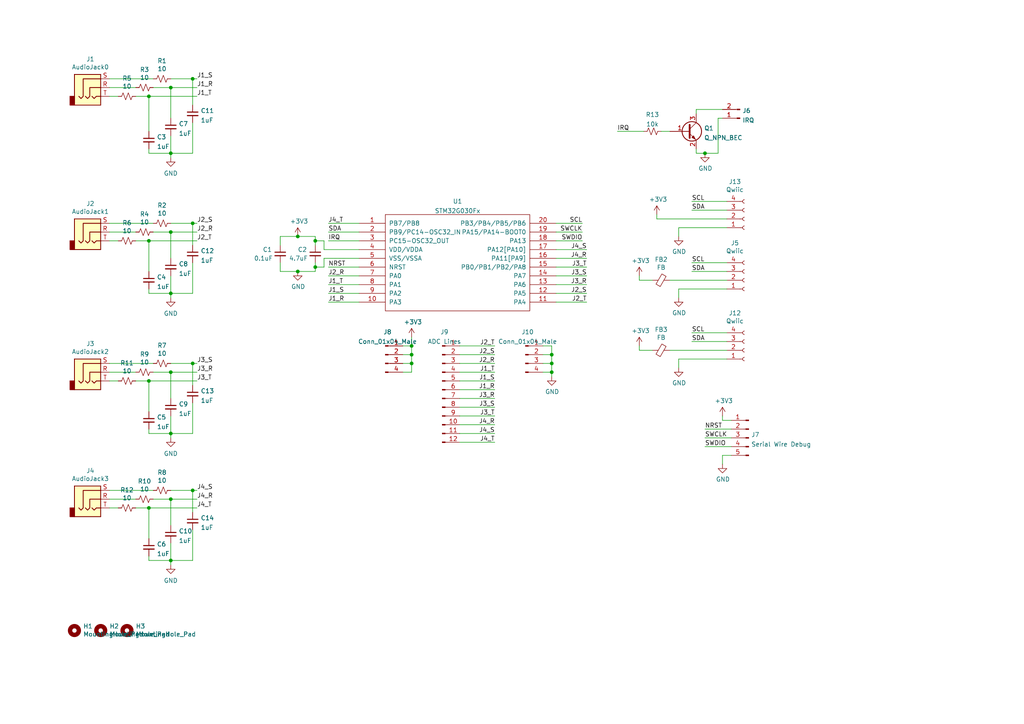
<source format=kicad_sch>
(kicad_sch (version 20211123) (generator eeschema)
  (paper "A4")
  (lib_symbols
    (symbol "Connector:AudioJack3"
      (property "Reference" "J" (at 0 8.89 0))
      (property "Value" "AudioJack3" (at 0 6.35 0))
      (symbol "AudioJack3_0_1"
        (rectangle (start -5.08 -5.08) (end -6.35 -2.54) (stroke (width 0.254)) (fill (type outline)))
        (polyline (pts (xy 0 -2.54) (xy 0.635 -3.175) (xy 1.27 -2.54) (xy 2.54 -2.54)) (stroke (width 0.254)))
        (polyline (pts (xy -1.905 -2.54) (xy -1.27 -3.175) (xy -0.635 -2.54) (xy -0.635 0) (xy 2.54 0)) (stroke (width 0.254)))
        (polyline (pts (xy 2.54 2.54) (xy -2.54 2.54) (xy -2.54 -2.54) (xy -3.175 -3.175) (xy -3.81 -2.54)) (stroke (width 0.254)))
        (rectangle (start 2.54 3.81) (end -5.08 -5.08) (stroke (width 0.254)) (fill (type background)))
      )
      (symbol "AudioJack3_1_1"
        (pin passive line (at 5.08 0 180) (length 2.54) (name "~") (number "R"))
        (pin passive line (at 5.08 2.54 180) (length 2.54) (name "~") (number "S"))
        (pin passive line (at 5.08 -2.54 180) (length 2.54) (name "~") (number "T"))
      )
    )
    (symbol "Connector:Conn_01x02_Male" (pin_names (offset 1.016) hide)
      (property "Reference" "J" (at 0 2.54 0))
      (property "Value" "Conn_01x02_Male" (at 0 -5.08 0))
      (symbol "Conn_01x02_Male_1_1"
        (polyline (pts (xy 1.27 -2.54) (xy 0.8636 -2.54)) (stroke (width 0.1524)))
        (polyline (pts (xy 1.27 0) (xy 0.8636 0)) (stroke (width 0.1524)))
        (rectangle (start 0.8636 -2.413) (end 0 -2.667) (stroke (width 0.1524)) (fill (type outline)))
        (rectangle (start 0.8636 0.127) (end 0 -0.127) (stroke (width 0.1524)) (fill (type outline)))
        (pin passive line (at 5.08 0 180) (length 3.81) (name "Pin_1") (number "1"))
        (pin passive line (at 5.08 -2.54 180) (length 3.81) (name "Pin_2") (number "2"))
      )
    )
    (symbol "Connector:Conn_01x04_Female" (pin_names (offset 1.016) hide)
      (property "Reference" "J" (at 0 5.08 0))
      (property "Value" "Conn_01x04_Female" (at 0 -7.62 0))
      (symbol "Conn_01x04_Female_1_1"
        (arc (start 0 -4.572) (mid -0.508 -5.08) (end 0 -5.588) (stroke (width 0.1524)))
        (arc (start 0 -2.032) (mid -0.508 -2.54) (end 0 -3.048) (stroke (width 0.1524)))
        (polyline (pts (xy -1.27 -5.08) (xy -0.508 -5.08)) (stroke (width 0.1524)))
        (polyline (pts (xy -1.27 -2.54) (xy -0.508 -2.54)) (stroke (width 0.1524)))
        (polyline (pts (xy -1.27 0) (xy -0.508 0)) (stroke (width 0.1524)))
        (polyline (pts (xy -1.27 2.54) (xy -0.508 2.54)) (stroke (width 0.1524)))
        (arc (start 0 0.508) (mid -0.508 0) (end 0 -0.508) (stroke (width 0.1524)))
        (arc (start 0 3.048) (mid -0.508 2.54) (end 0 2.032) (stroke (width 0.1524)))
        (pin passive line (at -5.08 2.54 0) (length 3.81) (name "Pin_1") (number "1"))
        (pin passive line (at -5.08 0 0) (length 3.81) (name "Pin_2") (number "2"))
        (pin passive line (at -5.08 -2.54 0) (length 3.81) (name "Pin_3") (number "3"))
        (pin passive line (at -5.08 -5.08 0) (length 3.81) (name "Pin_4") (number "4"))
      )
    )
    (symbol "Connector:Conn_01x04_Male" (pin_names (offset 1.016) hide)
      (property "Reference" "J" (at 0 5.08 0))
      (property "Value" "Conn_01x04_Male" (at 0 -7.62 0))
      (symbol "Conn_01x04_Male_1_1"
        (polyline (pts (xy 1.27 -5.08) (xy 0.8636 -5.08)) (stroke (width 0.1524)))
        (polyline (pts (xy 1.27 -2.54) (xy 0.8636 -2.54)) (stroke (width 0.1524)))
        (polyline (pts (xy 1.27 0) (xy 0.8636 0)) (stroke (width 0.1524)))
        (polyline (pts (xy 1.27 2.54) (xy 0.8636 2.54)) (stroke (width 0.1524)))
        (rectangle (start 0.8636 -4.953) (end 0 -5.207) (stroke (width 0.1524)) (fill (type outline)))
        (rectangle (start 0.8636 -2.413) (end 0 -2.667) (stroke (width 0.1524)) (fill (type outline)))
        (rectangle (start 0.8636 0.127) (end 0 -0.127) (stroke (width 0.1524)) (fill (type outline)))
        (rectangle (start 0.8636 2.667) (end 0 2.413) (stroke (width 0.1524)) (fill (type outline)))
        (pin passive line (at 5.08 2.54 180) (length 3.81) (name "Pin_1") (number "1"))
        (pin passive line (at 5.08 0 180) (length 3.81) (name "Pin_2") (number "2"))
        (pin passive line (at 5.08 -2.54 180) (length 3.81) (name "Pin_3") (number "3"))
        (pin passive line (at 5.08 -5.08 180) (length 3.81) (name "Pin_4") (number "4"))
      )
    )
    (symbol "Connector:Conn_01x05_Male" (pin_names (offset 1.016) hide)
      (property "Reference" "J" (at 0 7.62 0))
      (property "Value" "Conn_01x05_Male" (at 0 -7.62 0))
      (symbol "Conn_01x05_Male_1_1"
        (polyline (pts (xy 1.27 -5.08) (xy 0.8636 -5.08)) (stroke (width 0.1524)))
        (polyline (pts (xy 1.27 -2.54) (xy 0.8636 -2.54)) (stroke (width 0.1524)))
        (polyline (pts (xy 1.27 0) (xy 0.8636 0)) (stroke (width 0.1524)))
        (polyline (pts (xy 1.27 2.54) (xy 0.8636 2.54)) (stroke (width 0.1524)))
        (polyline (pts (xy 1.27 5.08) (xy 0.8636 5.08)) (stroke (width 0.1524)))
        (rectangle (start 0.8636 -4.953) (end 0 -5.207) (stroke (width 0.1524)) (fill (type outline)))
        (rectangle (start 0.8636 -2.413) (end 0 -2.667) (stroke (width 0.1524)) (fill (type outline)))
        (rectangle (start 0.8636 0.127) (end 0 -0.127) (stroke (width 0.1524)) (fill (type outline)))
        (rectangle (start 0.8636 2.667) (end 0 2.413) (stroke (width 0.1524)) (fill (type outline)))
        (rectangle (start 0.8636 5.207) (end 0 4.953) (stroke (width 0.1524)) (fill (type outline)))
        (pin passive line (at 5.08 5.08 180) (length 3.81) (name "Pin_1") (number "1"))
        (pin passive line (at 5.08 2.54 180) (length 3.81) (name "Pin_2") (number "2"))
        (pin passive line (at 5.08 0 180) (length 3.81) (name "Pin_3") (number "3"))
        (pin passive line (at 5.08 -2.54 180) (length 3.81) (name "Pin_4") (number "4"))
        (pin passive line (at 5.08 -5.08 180) (length 3.81) (name "Pin_5") (number "5"))
      )
    )
    (symbol "Connector:Conn_01x12_Male" (pin_names (offset 1.016) hide)
      (property "Reference" "J" (at 0 15.24 0))
      (property "Value" "Conn_01x12_Male" (at 0 -17.78 0))
      (symbol "Conn_01x12_Male_1_1"
        (polyline (pts (xy 1.27 -15.24) (xy 0.8636 -15.24)) (stroke (width 0.1524)))
        (polyline (pts (xy 1.27 -12.7) (xy 0.8636 -12.7)) (stroke (width 0.1524)))
        (polyline (pts (xy 1.27 -10.16) (xy 0.8636 -10.16)) (stroke (width 0.1524)))
        (polyline (pts (xy 1.27 -7.62) (xy 0.8636 -7.62)) (stroke (width 0.1524)))
        (polyline (pts (xy 1.27 -5.08) (xy 0.8636 -5.08)) (stroke (width 0.1524)))
        (polyline (pts (xy 1.27 -2.54) (xy 0.8636 -2.54)) (stroke (width 0.1524)))
        (polyline (pts (xy 1.27 0) (xy 0.8636 0)) (stroke (width 0.1524)))
        (polyline (pts (xy 1.27 2.54) (xy 0.8636 2.54)) (stroke (width 0.1524)))
        (polyline (pts (xy 1.27 5.08) (xy 0.8636 5.08)) (stroke (width 0.1524)))
        (polyline (pts (xy 1.27 7.62) (xy 0.8636 7.62)) (stroke (width 0.1524)))
        (polyline (pts (xy 1.27 10.16) (xy 0.8636 10.16)) (stroke (width 0.1524)))
        (polyline (pts (xy 1.27 12.7) (xy 0.8636 12.7)) (stroke (width 0.1524)))
        (rectangle (start 0.8636 -15.113) (end 0 -15.367) (stroke (width 0.1524)) (fill (type outline)))
        (rectangle (start 0.8636 -12.573) (end 0 -12.827) (stroke (width 0.1524)) (fill (type outline)))
        (rectangle (start 0.8636 -10.033) (end 0 -10.287) (stroke (width 0.1524)) (fill (type outline)))
        (rectangle (start 0.8636 -7.493) (end 0 -7.747) (stroke (width 0.1524)) (fill (type outline)))
        (rectangle (start 0.8636 -4.953) (end 0 -5.207) (stroke (width 0.1524)) (fill (type outline)))
        (rectangle (start 0.8636 -2.413) (end 0 -2.667) (stroke (width 0.1524)) (fill (type outline)))
        (rectangle (start 0.8636 0.127) (end 0 -0.127) (stroke (width 0.1524)) (fill (type outline)))
        (rectangle (start 0.8636 2.667) (end 0 2.413) (stroke (width 0.1524)) (fill (type outline)))
        (rectangle (start 0.8636 5.207) (end 0 4.953) (stroke (width 0.1524)) (fill (type outline)))
        (rectangle (start 0.8636 7.747) (end 0 7.493) (stroke (width 0.1524)) (fill (type outline)))
        (rectangle (start 0.8636 10.287) (end 0 10.033) (stroke (width 0.1524)) (fill (type outline)))
        (rectangle (start 0.8636 12.827) (end 0 12.573) (stroke (width 0.1524)) (fill (type outline)))
        (pin passive line (at 5.08 12.7 180) (length 3.81) (name "Pin_1") (number "1"))
        (pin passive line (at 5.08 -10.16 180) (length 3.81) (name "Pin_10") (number "10"))
        (pin passive line (at 5.08 -12.7 180) (length 3.81) (name "Pin_11") (number "11"))
        (pin passive line (at 5.08 -15.24 180) (length 3.81) (name "Pin_12") (number "12"))
        (pin passive line (at 5.08 10.16 180) (length 3.81) (name "Pin_2") (number "2"))
        (pin passive line (at 5.08 7.62 180) (length 3.81) (name "Pin_3") (number "3"))
        (pin passive line (at 5.08 5.08 180) (length 3.81) (name "Pin_4") (number "4"))
        (pin passive line (at 5.08 2.54 180) (length 3.81) (name "Pin_5") (number "5"))
        (pin passive line (at 5.08 0 180) (length 3.81) (name "Pin_6") (number "6"))
        (pin passive line (at 5.08 -2.54 180) (length 3.81) (name "Pin_7") (number "7"))
        (pin passive line (at 5.08 -5.08 180) (length 3.81) (name "Pin_8") (number "8"))
        (pin passive line (at 5.08 -7.62 180) (length 3.81) (name "Pin_9") (number "9"))
      )
    )
    (symbol "Device:C_Small" (pin_numbers hide) (pin_names (offset 0.254) hide)
      (property "Reference" "C" (at 0.254 1.778 0))
      (property "Value" "C_Small" (at 0.254 -2.032 0))
      (symbol "C_Small_0_1"
        (polyline (pts (xy -1.524 -0.508) (xy 1.524 -0.508)) (stroke (width 0.3302)))
        (polyline (pts (xy -1.524 0.508) (xy 1.524 0.508)) (stroke (width 0.3048)))
      )
      (symbol "C_Small_1_1"
        (pin passive line (at 0 2.54 270) (length 2.032) (name "~") (number "1"))
        (pin passive line (at 0 -2.54 90) (length 2.032) (name "~") (number "2"))
      )
    )
    (symbol "Device:Ferrite_Bead_Small" (pin_numbers hide) (pin_names (offset 0))
      (property "Reference" "FB" (at 1.905 1.27 0))
      (property "Value" "Device_Ferrite_Bead_Small" (at 1.905 -1.27 0))
      (symbol "Ferrite_Bead_Small_0_1"
        (polyline (pts (xy 0 -1.27) (xy 0 -0.7874)))
        (polyline (pts (xy 0 0.889) (xy 0 1.2954)))
        (polyline (pts (xy -1.8288 0.2794) (xy -1.1176 1.4986) (xy 1.8288 -0.2032) (xy 1.1176 -1.4224) (xy -1.8288 0.2794)))
      )
      (symbol "Ferrite_Bead_Small_1_1"
        (pin passive line (at 0 2.54 270) (length 1.27) (name "~") (number "1"))
        (pin passive line (at 0 -2.54 90) (length 1.27) (name "~") (number "2"))
      )
    )
    (symbol "Device:Q_NPN_BEC" (pin_names (offset 0) hide)
      (property "Reference" "Q" (at 5.08 1.27 0))
      (property "Value" "Q_NPN_BEC" (at 5.08 -1.27 0))
      (symbol "Q_NPN_BEC_0_1"
        (polyline (pts (xy 0.635 0.635) (xy 2.54 2.54)))
        (polyline (pts (xy 0.635 -0.635) (xy 2.54 -2.54) (xy 2.54 -2.54)))
        (polyline (pts (xy 0.635 1.905) (xy 0.635 -1.905) (xy 0.635 -1.905)) (stroke (width 0.508)))
        (polyline (pts (xy 1.27 -1.778) (xy 1.778 -1.27) (xy 2.286 -2.286) (xy 1.27 -1.778) (xy 1.27 -1.778)) (fill (type outline)))
        (circle (center 1.27 0) (radius 2.8194) (stroke (width 0.254)))
      )
      (symbol "Q_NPN_BEC_1_1"
        (pin input line (at -5.08 0 0) (length 5.715) (name "B") (number "1"))
        (pin passive line (at 2.54 -5.08 90) (length 2.54) (name "E") (number "2"))
        (pin passive line (at 2.54 5.08 270) (length 2.54) (name "C") (number "3"))
      )
    )
    (symbol "Device:R_Small_US" (pin_numbers hide) (pin_names (offset 0.254) hide)
      (property "Reference" "R" (at 0.762 0.508 0))
      (property "Value" "R_Small_US" (at 0.762 -1.016 0))
      (symbol "R_Small_US_1_1"
        (polyline (pts (xy 0 0) (xy 1.016 -0.381) (xy 0 -0.762) (xy -1.016 -1.143) (xy 0 -1.524)))
        (polyline (pts (xy 0 1.524) (xy 1.016 1.143) (xy 0 0.762) (xy -1.016 0.381) (xy 0 0)))
        (pin passive line (at 0 2.54 270) (length 1.016) (name "~") (number "1"))
        (pin passive line (at 0 -2.54 90) (length 1.016) (name "~") (number "2"))
      )
    )
    (symbol "Mechanical:MountingHole" (pin_names (offset 1.016))
      (property "Reference" "H" (at 0 5.08 0))
      (property "Value" "MountingHole" (at 0 3.175 0))
      (symbol "MountingHole_0_1"
        (circle (center 0 0) (radius 1.27) (stroke (width 1.27)))
      )
    )
    (symbol "STM32G030Fx:STM32G030Fx" (pin_names (offset 1.016))
      (property "Reference" "U" (at 0 -2.54 0))
      (property "Value" "STM32G030Fx" (at 0 2.54 0))
      (symbol "STM32G030Fx_1_0"
        (rectangle (start -22.86 13.97) (end 19.05 -13.97))
      )
      (symbol "STM32G030Fx_1_1"
        (pin bidirectional line (at -30.48 11.43 0) (length 7.62) (name "PB7/PB8") (number "1"))
        (pin bidirectional line (at -30.48 -11.43 0) (length 7.62) (name "PA3") (number "10"))
        (pin bidirectional line (at 26.67 -11.43 180) (length 7.62) (name "PA4") (number "11"))
        (pin bidirectional line (at 26.67 -8.89 180) (length 7.62) (name "PA5") (number "12"))
        (pin bidirectional line (at 26.67 -6.35 180) (length 7.62) (name "PA6") (number "13"))
        (pin bidirectional line (at 26.67 -3.81 180) (length 7.62) (name "PA7") (number "14"))
        (pin bidirectional line (at 26.67 -1.27 180) (length 7.62) (name "PB0/PB1/PB2/PA8") (number "15"))
        (pin bidirectional line (at 26.67 1.27 180) (length 7.62) (name "PA11[PA9]") (number "16"))
        (pin bidirectional line (at 26.67 3.81 180) (length 7.62) (name "PA12[PA10]") (number "17"))
        (pin bidirectional line (at 26.67 6.35 180) (length 7.62) (name "PA13") (number "18"))
        (pin bidirectional line (at 26.67 8.89 180) (length 7.62) (name "PA15/PA14-BOOT0") (number "19"))
        (pin bidirectional line (at -30.48 8.89 0) (length 7.62) (name "PB9/PC14-OSC32_IN") (number "2"))
        (pin bidirectional line (at 26.67 11.43 180) (length 7.62) (name "PB3/PB4/PB5/PB6") (number "20"))
        (pin bidirectional line (at -30.48 6.35 0) (length 7.62) (name "PC15-OSC32_OUT") (number "3"))
        (pin power_in line (at -30.48 3.81 0) (length 7.62) (name "VDD/VDDA") (number "4"))
        (pin power_in line (at -30.48 1.27 0) (length 7.62) (name "VSS/VSSA") (number "5"))
        (pin input line (at -30.48 -1.27 0) (length 7.62) (name "NRST") (number "6"))
        (pin bidirectional line (at -30.48 -3.81 0) (length 7.62) (name "PA0") (number "7"))
        (pin bidirectional line (at -30.48 -6.35 0) (length 7.62) (name "PA1") (number "8"))
        (pin bidirectional line (at -30.48 -8.89 0) (length 7.62) (name "PA2") (number "9"))
      )
    )
    (symbol "power:+3.3V" (power) (pin_names (offset 0))
      (property "Value" "+3.3V" (at 0 3.556 0))
      (symbol "+3.3V_0_1"
        (polyline (pts (xy -0.762 1.27) (xy 0 2.54)))
        (polyline (pts (xy 0 0) (xy 0 2.54)))
        (polyline (pts (xy 0 2.54) (xy 0.762 1.27)))
      )
      (symbol "+3.3V_1_1"
        (pin power_in line (at 0 0 90) (length 0) hide (name "+3V3") (number "1"))
      )
    )
    (symbol "power:GND" (power) (pin_names (offset 0))
      (property "Value" "GND" (at 0 -3.81 0))
      (symbol "GND_0_1"
        (polyline (pts (xy 0 0) (xy 0 -1.27) (xy 1.27 -1.27) (xy 0 -2.54) (xy -1.27 -1.27) (xy 0 -1.27)))
      )
      (symbol "GND_1_1"
        (pin power_in line (at 0 0 270) (length 0) hide (name "GND") (number "1"))
      )
    )
  )
  (junction (at 160.02 102.87))
  (junction (at 91.44 77.47))
  (junction (at 86.36 78.74))
  (junction (at 119.38 100.33))
  (junction (at 49.53 107.95))
  (junction (at 91.44 69.85))
  (junction (at 55.88 105.41))
  (junction (at 160.02 107.95))
  (junction (at 43.18 27.94))
  (junction (at 55.88 22.86))
  (junction (at 86.36 68.58))
  (junction (at 55.88 64.77))
  (junction (at 49.53 144.78))
  (junction (at 49.53 44.45))
  (junction (at 43.18 69.85))
  (junction (at 43.18 110.49))
  (junction (at 49.53 162.56))
  (junction (at 204.47 44.45))
  (junction (at 49.53 25.4))
  (junction (at 49.53 67.31))
  (junction (at 119.38 102.87))
  (junction (at 43.18 147.32))
  (junction (at 49.53 125.73))
  (junction (at 119.38 105.41))
  (junction (at 55.88 142.24))
  (junction (at 160.02 105.41))
  (junction (at 49.53 85.09))
  (wire (pts (xy 210.82 83.82) (xy 196.85 83.82)))
  (wire (pts (xy 49.53 125.73) (xy 55.88 125.73)))
  (wire (pts (xy 49.53 120.65) (xy 49.53 125.73)))
  (wire (pts (xy 49.53 80.01) (xy 49.53 85.09)))
  (wire (pts (xy 204.47 124.46) (xy 212.09 124.46)))
  (wire (pts (xy 133.35 100.33) (xy 143.51 100.33)))
  (wire (pts (xy 49.53 144.78) (xy 57.15 144.78)))
  (wire (pts (xy 209.55 121.92) (xy 209.55 120.65)))
  (wire (pts (xy 104.14 72.39) (xy 93.98 72.39)))
  (wire (pts (xy 116.84 102.87) (xy 119.38 102.87)))
  (wire (pts (xy 210.82 104.14) (xy 196.85 104.14)))
  (wire (pts (xy 55.88 35.56) (xy 55.88 44.45)))
  (wire (pts (xy 49.53 25.4) (xy 49.53 34.29)))
  (wire (pts (xy 39.37 147.32) (xy 43.18 147.32)))
  (wire (pts (xy 91.44 77.47) (xy 91.44 78.74)))
  (wire (pts (xy 43.18 85.09) (xy 49.53 85.09)))
  (wire (pts (xy 81.28 76.2) (xy 81.28 78.74)))
  (wire (pts (xy 49.53 67.31) (xy 57.15 67.31)))
  (wire (pts (xy 49.53 85.09) (xy 55.88 85.09)))
  (wire (pts (xy 95.25 64.77) (xy 104.14 64.77)))
  (wire (pts (xy 44.45 107.95) (xy 49.53 107.95)))
  (wire (pts (xy 43.18 125.73) (xy 49.53 125.73)))
  (wire (pts (xy 210.82 58.42) (xy 200.66 58.42)))
  (wire (pts (xy 185.42 81.28) (xy 189.23 81.28)))
  (wire (pts (xy 170.18 80.01) (xy 161.29 80.01)))
  (wire (pts (xy 116.84 107.95) (xy 119.38 107.95)))
  (wire (pts (xy 160.02 100.33) (xy 160.02 102.87)))
  (wire (pts (xy 91.44 69.85) (xy 91.44 68.58)))
  (wire (pts (xy 81.28 78.74) (xy 86.36 78.74)))
  (wire (pts (xy 210.82 60.96) (xy 200.66 60.96)))
  (wire (pts (xy 49.53 142.24) (xy 55.88 142.24)))
  (wire (pts (xy 157.48 102.87) (xy 160.02 102.87)))
  (wire (pts (xy 43.18 162.56) (xy 49.53 162.56)))
  (wire (pts (xy 133.35 102.87) (xy 143.51 102.87)))
  (wire (pts (xy 31.75 69.85) (xy 34.29 69.85)))
  (wire (pts (xy 157.48 107.95) (xy 160.02 107.95)))
  (wire (pts (xy 43.18 27.94) (xy 43.18 38.1)))
  (wire (pts (xy 49.53 162.56) (xy 49.53 163.83)))
  (wire (pts (xy 95.25 87.63) (xy 104.14 87.63)))
  (wire (pts (xy 119.38 102.87) (xy 119.38 105.41)))
  (wire (pts (xy 31.75 144.78) (xy 39.37 144.78)))
  (wire (pts (xy 201.93 44.45) (xy 201.93 43.18)))
  (wire (pts (xy 210.82 66.04) (xy 196.85 66.04)))
  (wire (pts (xy 55.88 105.41) (xy 55.88 111.76)))
  (wire (pts (xy 81.28 68.58) (xy 81.28 71.12)))
  (wire (pts (xy 170.18 77.47) (xy 161.29 77.47)))
  (wire (pts (xy 31.75 147.32) (xy 34.29 147.32)))
  (wire (pts (xy 160.02 102.87) (xy 160.02 105.41)))
  (wire (pts (xy 104.14 74.93) (xy 93.98 74.93)))
  (wire (pts (xy 208.28 34.29) (xy 208.28 44.45)))
  (wire (pts (xy 93.98 74.93) (xy 93.98 77.47)))
  (wire (pts (xy 119.38 100.33) (xy 119.38 102.87)))
  (wire (pts (xy 119.38 97.79) (xy 119.38 100.33)))
  (wire (pts (xy 55.88 142.24) (xy 55.88 148.59)))
  (wire (pts (xy 49.53 107.95) (xy 49.53 115.57)))
  (wire (pts (xy 43.18 147.32) (xy 43.18 156.21)))
  (wire (pts (xy 161.29 69.85) (xy 168.91 69.85)))
  (wire (pts (xy 43.18 110.49) (xy 43.18 119.38)))
  (wire (pts (xy 190.5 62.23) (xy 190.5 63.5)))
  (wire (pts (xy 49.53 67.31) (xy 49.53 74.93)))
  (wire (pts (xy 43.18 69.85) (xy 57.15 69.85)))
  (wire (pts (xy 43.18 44.45) (xy 49.53 44.45)))
  (wire (pts (xy 31.75 107.95) (xy 39.37 107.95)))
  (wire (pts (xy 91.44 76.2) (xy 91.44 77.47)))
  (wire (pts (xy 86.36 78.74) (xy 91.44 78.74)))
  (wire (pts (xy 49.53 39.37) (xy 49.53 44.45)))
  (wire (pts (xy 204.47 129.54) (xy 212.09 129.54)))
  (wire (pts (xy 39.37 69.85) (xy 43.18 69.85)))
  (wire (pts (xy 55.88 76.2) (xy 55.88 85.09)))
  (wire (pts (xy 49.53 25.4) (xy 57.15 25.4)))
  (wire (pts (xy 55.88 64.77) (xy 57.15 64.77)))
  (wire (pts (xy 160.02 105.41) (xy 160.02 107.95)))
  (wire (pts (xy 43.18 124.46) (xy 43.18 125.73)))
  (wire (pts (xy 204.47 127) (xy 212.09 127)))
  (wire (pts (xy 157.48 100.33) (xy 160.02 100.33)))
  (wire (pts (xy 160.02 107.95) (xy 160.02 109.22)))
  (wire (pts (xy 133.35 113.03) (xy 143.51 113.03)))
  (wire (pts (xy 210.82 81.28) (xy 194.31 81.28)))
  (wire (pts (xy 55.88 22.86) (xy 55.88 30.48)))
  (wire (pts (xy 196.85 104.14) (xy 196.85 106.68)))
  (wire (pts (xy 210.82 96.52) (xy 200.66 96.52)))
  (wire (pts (xy 161.29 64.77) (xy 168.91 64.77)))
  (wire (pts (xy 55.88 105.41) (xy 57.15 105.41)))
  (wire (pts (xy 31.75 67.31) (xy 39.37 67.31)))
  (wire (pts (xy 55.88 153.67) (xy 55.88 162.56)))
  (wire (pts (xy 95.25 85.09) (xy 104.14 85.09)))
  (wire (pts (xy 49.53 162.56) (xy 55.88 162.56)))
  (wire (pts (xy 95.25 80.01) (xy 104.14 80.01)))
  (wire (pts (xy 49.53 64.77) (xy 55.88 64.77)))
  (wire (pts (xy 191.77 38.1) (xy 194.31 38.1)))
  (wire (pts (xy 170.18 82.55) (xy 161.29 82.55)))
  (wire (pts (xy 91.44 71.12) (xy 91.44 69.85)))
  (wire (pts (xy 55.88 64.77) (xy 55.88 71.12)))
  (wire (pts (xy 133.35 110.49) (xy 143.51 110.49)))
  (wire (pts (xy 31.75 142.24) (xy 44.45 142.24)))
  (wire (pts (xy 31.75 105.41) (xy 44.45 105.41)))
  (wire (pts (xy 39.37 110.49) (xy 43.18 110.49)))
  (wire (pts (xy 49.53 105.41) (xy 55.88 105.41)))
  (wire (pts (xy 49.53 125.73) (xy 49.53 127)))
  (wire (pts (xy 210.82 78.74) (xy 200.66 78.74)))
  (wire (pts (xy 185.42 100.33) (xy 185.42 101.6)))
  (wire (pts (xy 170.18 85.09) (xy 161.29 85.09)))
  (wire (pts (xy 49.53 157.48) (xy 49.53 162.56)))
  (wire (pts (xy 179.07 38.1) (xy 186.69 38.1)))
  (wire (pts (xy 55.88 22.86) (xy 57.15 22.86)))
  (wire (pts (xy 161.29 67.31) (xy 168.91 67.31)))
  (wire (pts (xy 39.37 27.94) (xy 43.18 27.94)))
  (wire (pts (xy 44.45 144.78) (xy 49.53 144.78)))
  (wire (pts (xy 44.45 25.4) (xy 49.53 25.4)))
  (wire (pts (xy 91.44 69.85) (xy 93.98 69.85)))
  (wire (pts (xy 170.18 74.93) (xy 161.29 74.93)))
  (wire (pts (xy 81.28 68.58) (xy 86.36 68.58)))
  (wire (pts (xy 209.55 34.29) (xy 208.28 34.29)))
  (wire (pts (xy 93.98 77.47) (xy 91.44 77.47)))
  (wire (pts (xy 31.75 27.94) (xy 34.29 27.94)))
  (wire (pts (xy 170.18 87.63) (xy 161.29 87.63)))
  (wire (pts (xy 43.18 43.18) (xy 43.18 44.45)))
  (wire (pts (xy 133.35 107.95) (xy 143.51 107.95)))
  (wire (pts (xy 133.35 105.41) (xy 143.51 105.41)))
  (wire (pts (xy 95.25 69.85) (xy 104.14 69.85)))
  (wire (pts (xy 116.84 105.41) (xy 119.38 105.41)))
  (wire (pts (xy 210.82 76.2) (xy 200.66 76.2)))
  (wire (pts (xy 43.18 161.29) (xy 43.18 162.56)))
  (wire (pts (xy 196.85 66.04) (xy 196.85 68.58)))
  (wire (pts (xy 212.09 121.92) (xy 209.55 121.92)))
  (wire (pts (xy 55.88 142.24) (xy 57.15 142.24)))
  (wire (pts (xy 204.47 44.45) (xy 201.93 44.45)))
  (wire (pts (xy 133.35 118.11) (xy 143.51 118.11)))
  (wire (pts (xy 170.18 72.39) (xy 161.29 72.39)))
  (wire (pts (xy 133.35 128.27) (xy 143.51 128.27)))
  (wire (pts (xy 95.25 67.31) (xy 104.14 67.31)))
  (wire (pts (xy 212.09 132.08) (xy 209.55 132.08)))
  (wire (pts (xy 43.18 83.82) (xy 43.18 85.09)))
  (wire (pts (xy 190.5 63.5) (xy 210.82 63.5)))
  (wire (pts (xy 209.55 132.08) (xy 209.55 134.62)))
  (wire (pts (xy 49.53 44.45) (xy 55.88 44.45)))
  (wire (pts (xy 201.93 31.75) (xy 201.93 33.02)))
  (wire (pts (xy 49.53 107.95) (xy 57.15 107.95)))
  (wire (pts (xy 31.75 110.49) (xy 34.29 110.49)))
  (wire (pts (xy 86.36 68.58) (xy 91.44 68.58)))
  (wire (pts (xy 43.18 110.49) (xy 57.15 110.49)))
  (wire (pts (xy 49.53 85.09) (xy 49.53 86.36)))
  (wire (pts (xy 44.45 67.31) (xy 49.53 67.31)))
  (wire (pts (xy 210.82 101.6) (xy 194.31 101.6)))
  (wire (pts (xy 95.25 77.47) (xy 104.14 77.47)))
  (wire (pts (xy 55.88 116.84) (xy 55.88 125.73)))
  (wire (pts (xy 49.53 22.86) (xy 55.88 22.86)))
  (wire (pts (xy 49.53 44.45) (xy 49.53 45.72)))
  (wire (pts (xy 116.84 100.33) (xy 119.38 100.33)))
  (wire (pts (xy 31.75 64.77) (xy 44.45 64.77)))
  (wire (pts (xy 185.42 101.6) (xy 189.23 101.6)))
  (wire (pts (xy 133.35 115.57) (xy 143.51 115.57)))
  (wire (pts (xy 119.38 105.41) (xy 119.38 107.95)))
  (wire (pts (xy 210.82 99.06) (xy 200.66 99.06)))
  (wire (pts (xy 209.55 31.75) (xy 201.93 31.75)))
  (wire (pts (xy 208.28 44.45) (xy 204.47 44.45)))
  (wire (pts (xy 133.35 125.73) (xy 143.51 125.73)))
  (wire (pts (xy 196.85 83.82) (xy 196.85 86.36)))
  (wire (pts (xy 31.75 25.4) (xy 39.37 25.4)))
  (wire (pts (xy 43.18 27.94) (xy 57.15 27.94)))
  (wire (pts (xy 43.18 147.32) (xy 57.15 147.32)))
  (wire (pts (xy 133.35 123.19) (xy 143.51 123.19)))
  (wire (pts (xy 185.42 80.01) (xy 185.42 81.28)))
  (wire (pts (xy 49.53 144.78) (xy 49.53 152.4)))
  (wire (pts (xy 31.75 22.86) (xy 44.45 22.86)))
  (wire (pts (xy 157.48 105.41) (xy 160.02 105.41)))
  (wire (pts (xy 133.35 120.65) (xy 143.51 120.65)))
  (wire (pts (xy 95.25 82.55) (xy 104.14 82.55)))
  (wire (pts (xy 93.98 72.39) (xy 93.98 69.85)))
  (wire (pts (xy 43.18 69.85) (xy 43.18 78.74)))
  (label "J1_R" (at 95.25 87.63 0))
  (label "J1_S" (at 143.51 110.49 180))
  (label "J2_R" (at 143.51 105.41 180))
  (label "NRST" (at 95.25 77.47 0))
  (label "J4_S" (at 57.15 142.24 0))
  (label "SWDIO" (at 168.91 69.85 180))
  (label "SDA" (at 95.25 67.31 0))
  (label "J4_S" (at 143.51 125.73 180))
  (label "J2_T" (at 143.51 100.33 180))
  (label "J1_R" (at 57.15 25.4 0))
  (label "J2_S" (at 57.15 64.77 0))
  (label "J1_T" (at 95.25 82.55 0))
  (label "J2_T" (at 57.15 69.85 0))
  (label "J3_T" (at 170.18 77.47 180))
  (label "J1_R" (at 143.51 113.03 180))
  (label "NRST" (at 204.47 124.46 0))
  (label "SCL" (at 200.66 58.42 0))
  (label "J2_R" (at 57.15 67.31 0))
  (label "J1_S" (at 57.15 22.86 0))
  (label "SDA" (at 200.66 60.96 0))
  (label "J3_T" (at 57.15 110.49 0))
  (label "J1_T" (at 57.15 27.94 0))
  (label "SDA" (at 200.66 78.74 0))
  (label "SCL" (at 168.91 64.77 180))
  (label "J4_R" (at 143.51 123.19 180))
  (label "IRQ" (at 95.25 69.85 0))
  (label "J4_R" (at 170.18 74.93 180))
  (label "J3_R" (at 57.15 107.95 0))
  (label "J3_S" (at 170.18 80.01 180))
  (label "J3_R" (at 143.51 115.57 180))
  (label "SWCLK" (at 204.47 127 0))
  (label "SCL" (at 200.66 76.2 0))
  (label "J4_T" (at 143.51 128.27 180))
  (label "J3_T" (at 143.51 120.65 180))
  (label "IRQ" (at 179.07 38.1 0))
  (label "J1_T" (at 143.51 107.95 180))
  (label "J1_S" (at 95.25 85.09 0))
  (label "J2_S" (at 170.18 85.09 180))
  (label "SWDIO" (at 204.47 129.54 0))
  (label "J2_S" (at 143.51 102.87 180))
  (label "J4_R" (at 57.15 144.78 0))
  (label "J3_S" (at 143.51 118.11 180))
  (label "SDA" (at 200.66 99.06 0))
  (label "J3_R" (at 170.18 82.55 180))
  (label "SCL" (at 200.66 96.52 0))
  (label "J2_T" (at 170.18 87.63 180))
  (label "J3_S" (at 57.15 105.41 0))
  (label "SWCLK" (at 168.91 67.31 180))
  (label "J4_T" (at 57.15 147.32 0))
  (label "J4_S" (at 170.18 72.39 180))
  (label "J4_T" (at 95.25 64.77 0))
  (label "J2_R" (at 95.25 80.01 0))
  (symbol (lib_id "power:+3.3V") (at 86.36 68.58 0) (unit 1)
    (property "Reference" "#PWR03" (effects hide))
    (property "Value" "+3.3V" (at 86.741 64.1858 0))
  )
  (symbol (lib_id "Connector:AudioJack3") (at 26.67 25.4 0) (unit 1)
    (property "Reference" "J1" (at 26.2128 17.145 0))
    (property "Value" "AudioJack0" (at 26.2128 19.4564 0))
    (property "Footprint" "footprints:SJ-63053A" (effects hide))
  )
  (symbol (lib_id "Device:Ferrite_Bead_Small") (at 191.77 81.28 90) (unit 1)
    (property "Reference" "FB2" (at 191.77 75.2602 90))
    (property "Value" "FB" (at 191.77 77.5716 90))
    (property "Footprint" "Inductor_SMD:L_0805_2012Metric_Pad1.05x1.20mm_HandSolder" (effects hide))
  )
  (symbol (lib_id "Connector:AudioJack3") (at 26.67 67.31 0) (unit 1)
    (property "Reference" "J2" (at 26.2128 59.055 0))
    (property "Value" "AudioJack1" (at 26.2128 61.3664 0))
    (property "Footprint" "footprints:SJ-63053A" (effects hide))
  )
  (symbol (lib_id "Connector:AudioJack3") (at 26.67 107.95 0) (unit 1)
    (property "Reference" "J3" (at 26.2128 99.695 0))
    (property "Value" "AudioJack2" (at 26.2128 102.0064 0))
    (property "Footprint" "footprints:SJ-63053A" (effects hide))
  )
  (symbol (lib_id "Connector:Conn_01x04_Female") (at 215.9 81.28 0) (mirror x) (unit 1)
    (property "Reference" "J5" (at 213.1568 70.485 0))
    (property "Value" "Qwiic" (at 213.1568 72.7964 0))
    (property "Footprint" "Connectors_JST:JST_SH_SM04B-SRSS-TB_04x1.00mm_Angled" (effects hide))
  )
  (symbol (lib_id "Connector:AudioJack3") (at 26.67 144.78 0) (unit 1)
    (property "Reference" "J4" (at 26.2128 136.525 0))
    (property "Value" "AudioJack3" (at 26.2128 138.8364 0))
    (property "Footprint" "footprints:SJ-63053A" (effects hide))
  )
  (symbol (lib_id "power:+3.3V") (at 185.42 80.01 0) (unit 1)
    (property "Reference" "#PWR0107" (effects hide))
    (property "Value" "+3.3V" (at 185.801 75.6158 0))
  )
  (symbol (lib_id "power:GND") (at 196.85 86.36 0) (unit 1)
    (property "Reference" "#PWR0108" (effects hide))
    (property "Value" "GND" (at 196.977 90.7542 0))
  )
  (symbol (lib_id "power:+3.3V") (at 185.42 100.33 0) (unit 1)
    (property "Reference" "#PWR0120" (effects hide))
    (property "Value" "+3.3V" (at 185.801 95.9358 0))
  )
  (symbol (lib_id "power:GND") (at 196.85 106.68 0) (unit 1)
    (property "Reference" "#PWR0121" (effects hide))
    (property "Value" "GND" (at 196.977 111.0742 0))
  )
  (symbol (lib_id "Connector:Conn_01x04_Female") (at 215.9 101.6 0) (mirror x) (unit 1)
    (property "Reference" "J12" (at 213.1568 90.805 0))
    (property "Value" "Qwiic" (at 213.1568 93.1164 0))
    (property "Footprint" "Connectors_JST:JST_SH_SM04B-SRSS-TB_04x1.00mm_Angled" (effects hide))
  )
  (symbol (lib_id "Device:Ferrite_Bead_Small") (at 191.77 101.6 90) (unit 1)
    (property "Reference" "FB3" (at 191.77 95.5802 90))
    (property "Value" "FB" (at 191.77 97.8916 90))
    (property "Footprint" "Inductor_SMD:L_0805_2012Metric_Pad1.05x1.20mm_HandSolder" (effects hide))
  )
  (symbol (lib_id "Device:C_Small") (at 81.28 73.66 0) (unit 1)
    (property "Reference" "C1" (at 76.2 72.39 0) (effects (justify left)))
    (property "Value" "0.1uF" (at 73.66 74.93 0) (effects (justify left)))
    (property "Footprint" "Capacitor_SMD:C_0805_2012Metric_Pad1.18x1.45mm_HandSolder" (effects hide))
  )
  (symbol (lib_id "Device:C_Small") (at 91.44 73.66 0) (unit 1)
    (property "Reference" "C2" (at 86.36 72.39 0) (effects (justify left)))
    (property "Value" "4.7uF" (at 83.82 74.93 0) (effects (justify left)))
    (property "Footprint" "Capacitor_SMD:C_0805_2012Metric_Pad1.18x1.45mm_HandSolder" (effects hide))
  )
  (symbol (lib_id "power:GND") (at 86.36 78.74 0) (unit 1)
    (property "Reference" "#PWR0110" (effects hide))
    (property "Value" "GND" (at 86.487 83.1342 0))
  )
  (symbol (lib_id "Mechanical:MountingHole") (at 21.59 182.88 0) (unit 1)
    (property "Reference" "H1" (at 24.13 181.6354 0) (effects (justify left)))
    (property "Value" "MountingHole_Pad" (at 24.13 183.9468 0) (effects (justify left)))
    (property "Footprint" "MountingHole:MountingHole_3.2mm_M3" (effects hide))
  )
  (symbol (lib_id "Mechanical:MountingHole") (at 29.21 182.88 0) (unit 1)
    (property "Reference" "H2" (at 31.75 181.6354 0) (effects (justify left)))
    (property "Value" "MountingHole_Pad" (at 31.75 183.9468 0) (effects (justify left)))
    (property "Footprint" "MountingHole:MountingHole_3.2mm_M3" (effects hide))
  )
  (symbol (lib_id "Mechanical:MountingHole") (at 36.83 182.88 0) (unit 1)
    (property "Reference" "H3" (at 39.37 181.6354 0) (effects (justify left)))
    (property "Value" "MountingHole_Pad" (at 39.37 183.9468 0) (effects (justify left)))
    (property "Footprint" "MountingHole:MountingHole_3.2mm_M3" (effects hide))
  )
  (symbol (lib_id "Connector:Conn_01x04_Female") (at 215.9 63.5 0) (mirror x) (unit 1)
    (property "Reference" "J13" (at 213.1568 52.705 0))
    (property "Value" "Qwiic" (at 213.1568 55.0164 0))
    (property "Footprint" "Connector_PinHeader_2.54mm:PinHeader_1x04_P2.54mm_Vertical" (effects hide))
  )
  (symbol (lib_id "power:+3.3V") (at 190.5 62.23 0) (unit 1)
    (property "Reference" "#PWR0123" (effects hide))
    (property "Value" "+3.3V" (at 190.881 57.8358 0))
  )
  (symbol (lib_id "power:GND") (at 196.85 68.58 0) (unit 1)
    (property "Reference" "#PWR0124" (effects hide))
    (property "Value" "GND" (at 196.977 72.9742 0))
  )
  (symbol (lib_id "Device:R_Small_US") (at 36.83 27.94 270) (unit 1)
    (property "Reference" "R5" (at 36.83 22.733 90))
    (property "Value" "10" (at 36.83 25.0444 90))
    (property "Footprint" "Resistor_SMD:R_0805_2012Metric_Pad1.20x1.40mm_HandSolder" (effects hide))
  )
  (symbol (lib_id "Device:R_Small_US") (at 41.91 25.4 270) (unit 1)
    (property "Reference" "R3" (at 41.91 20.193 90))
    (property "Value" "10" (at 41.91 22.5044 90))
    (property "Footprint" "Resistor_SMD:R_0805_2012Metric_Pad1.20x1.40mm_HandSolder" (effects hide))
  )
  (symbol (lib_id "Device:R_Small_US") (at 46.99 22.86 270) (unit 1)
    (property "Reference" "R1" (at 46.99 17.653 90))
    (property "Value" "10" (at 46.99 19.9644 90))
    (property "Footprint" "Resistor_SMD:R_0805_2012Metric_Pad1.20x1.40mm_HandSolder" (effects hide))
  )
  (symbol (lib_id "Device:R_Small_US") (at 36.83 69.85 270) (unit 1)
    (property "Reference" "R6" (at 36.83 64.643 90))
    (property "Value" "10" (at 36.83 66.9544 90))
    (property "Footprint" "Resistor_SMD:R_0805_2012Metric_Pad1.20x1.40mm_HandSolder" (effects hide))
  )
  (symbol (lib_id "Device:R_Small_US") (at 41.91 67.31 270) (unit 1)
    (property "Reference" "R4" (at 41.91 62.103 90))
    (property "Value" "10" (at 41.91 64.4144 90))
    (property "Footprint" "Resistor_SMD:R_0805_2012Metric_Pad1.20x1.40mm_HandSolder" (effects hide))
  )
  (symbol (lib_id "Device:R_Small_US") (at 46.99 64.77 270) (unit 1)
    (property "Reference" "R2" (at 46.99 59.563 90))
    (property "Value" "10" (at 46.99 61.8744 90))
    (property "Footprint" "Resistor_SMD:R_0805_2012Metric_Pad1.20x1.40mm_HandSolder" (effects hide))
  )
  (symbol (lib_id "Device:R_Small_US") (at 36.83 110.49 270) (unit 1)
    (property "Reference" "R11" (at 36.83 105.283 90))
    (property "Value" "10" (at 36.83 107.5944 90))
    (property "Footprint" "Resistor_SMD:R_0805_2012Metric_Pad1.20x1.40mm_HandSolder" (effects hide))
  )
  (symbol (lib_id "Device:R_Small_US") (at 41.91 107.95 270) (unit 1)
    (property "Reference" "R9" (at 41.91 102.743 90))
    (property "Value" "10" (at 41.91 105.0544 90))
    (property "Footprint" "Resistor_SMD:R_0805_2012Metric_Pad1.20x1.40mm_HandSolder" (effects hide))
  )
  (symbol (lib_id "Device:R_Small_US") (at 46.99 105.41 270) (unit 1)
    (property "Reference" "R7" (at 46.99 100.203 90))
    (property "Value" "10" (at 46.99 102.5144 90))
    (property "Footprint" "Resistor_SMD:R_0805_2012Metric_Pad1.20x1.40mm_HandSolder" (effects hide))
  )
  (symbol (lib_id "Device:R_Small_US") (at 36.83 147.32 270) (unit 1)
    (property "Reference" "R12" (at 36.83 142.113 90))
    (property "Value" "10" (at 36.83 144.4244 90))
    (property "Footprint" "Resistor_SMD:R_0805_2012Metric_Pad1.20x1.40mm_HandSolder" (effects hide))
  )
  (symbol (lib_id "Device:R_Small_US") (at 41.91 144.78 270) (unit 1)
    (property "Reference" "R10" (at 41.91 139.573 90))
    (property "Value" "10" (at 41.91 141.8844 90))
    (property "Footprint" "Resistor_SMD:R_0805_2012Metric_Pad1.20x1.40mm_HandSolder" (effects hide))
  )
  (symbol (lib_id "Device:R_Small_US") (at 46.99 142.24 270) (unit 1)
    (property "Reference" "R8" (at 46.99 137.033 90))
    (property "Value" "10" (at 46.99 139.3444 90))
    (property "Footprint" "Resistor_SMD:R_0805_2012Metric_Pad1.20x1.40mm_HandSolder" (effects hide))
  )
  (symbol (lib_id "Connector:Conn_01x05_Male") (at 217.17 127 0) (mirror y) (unit 1)
    (property "Reference" "J7" (at 217.8812 126.0915 0) (effects (justify right)))
    (property "Value" "Serial Wire Debug" (at 217.8812 128.8666 0) (effects (justify right)))
    (property "Footprint" "Connector_PinHeader_2.54mm:PinHeader_1x05_P2.54mm_Vertical" (effects hide))
  )
  (symbol (lib_id "Connector:Conn_01x04_Male") (at 111.76 102.87 0) (unit 1)
    (property "Reference" "J8" (at 112.395 96.2873 0))
    (property "Value" "Conn_01x04_Male" (at 112.395 99.0624 0))
    (property "Footprint" "Connector_PinHeader_2.54mm:PinHeader_1x04_P2.54mm_Vertical" (effects hide))
  )
  (symbol (lib_id "Connector:Conn_01x12_Male") (at 128.27 113.03 0) (unit 1)
    (property "Reference" "J9" (at 128.905 96.2873 0))
    (property "Value" "ADC Lines" (at 128.905 99.0624 0))
    (property "Footprint" "Connector_PinHeader_2.54mm:PinHeader_1x12_P2.54mm_Vertical" (effects hide))
  )
  (symbol (lib_id "Device:C_Small") (at 43.18 158.75 0) (unit 1)
    (property "Reference" "C6" (at 45.5041 157.8478 0) (effects (justify left)))
    (property "Value" "1uF" (at 45.5041 160.6229 0) (effects (justify left)))
    (property "Footprint" "Capacitor_SMD:C_0805_2012Metric_Pad1.18x1.45mm_HandSolder" (effects hide))
  )
  (symbol (lib_id "power:GND") (at 204.47 44.45 0) (unit 1)
    (property "Reference" "#PWR0103" (effects hide))
    (property "Value" "GND" (at 204.597 48.8442 0))
  )
  (symbol (lib_id "Connector:Conn_01x04_Male") (at 152.4 102.87 0) (unit 1)
    (property "Reference" "J10" (at 153.035 96.2873 0))
    (property "Value" "Conn_01x04_Male" (at 153.035 99.0624 0))
    (property "Footprint" "Connector_PinHeader_2.54mm:PinHeader_1x04_P2.54mm_Vertical" (effects hide))
  )
  (symbol (lib_id "Device:Q_NPN_BEC") (at 199.39 38.1 0) (unit 1)
    (property "Reference" "Q1" (at 204.2414 37.1915 0) (effects (justify left)))
    (property "Value" "Q_NPN_BEC" (at 204.2414 39.9666 0) (effects (justify left)))
    (property "Footprint" "Package_TO_SOT_SMD:SOT-23" (effects hide))
  )
  (symbol (lib_id "Device:R_Small_US") (at 189.23 38.1 90) (unit 1)
    (property "Reference" "R13" (at 189.23 33.2445 90))
    (property "Value" "10k" (at 189.23 36.0196 90))
    (property "Footprint" "Resistor_SMD:R_0805_2012Metric_Pad1.20x1.40mm_HandSolder" (effects hide))
  )
  (symbol (lib_id "power:+3.3V") (at 119.38 97.79 0) (unit 1)
    (property "Reference" "#PWR0111" (effects hide))
    (property "Value" "+3.3V" (at 119.761 93.3958 0))
  )
  (symbol (lib_id "power:GND") (at 160.02 109.22 0) (unit 1)
    (property "Reference" "#PWR0112" (effects hide))
    (property "Value" "GND" (at 160.147 113.6142 0))
  )
  (symbol (lib_id "Device:C_Small") (at 49.53 36.83 0) (unit 1)
    (property "Reference" "C7" (at 51.8541 35.9278 0) (effects (justify left)))
    (property "Value" "1uF" (at 51.8541 38.7029 0) (effects (justify left)))
    (property "Footprint" "Capacitor_SMD:C_0805_2012Metric_Pad1.18x1.45mm_HandSolder" (effects hide))
  )
  (symbol (lib_id "Device:C_Small") (at 55.88 33.02 0) (unit 1)
    (property "Reference" "C11" (at 58.2041 32.1178 0) (effects (justify left)))
    (property "Value" "1uF" (at 58.2041 34.8929 0) (effects (justify left)))
    (property "Footprint" "Capacitor_SMD:C_0805_2012Metric_Pad1.18x1.45mm_HandSolder" (effects hide))
  )
  (symbol (lib_id "Device:C_Small") (at 43.18 81.28 0) (unit 1)
    (property "Reference" "C4" (at 45.5041 80.3778 0) (effects (justify left)))
    (property "Value" "1uF" (at 45.5041 83.1529 0) (effects (justify left)))
    (property "Footprint" "Capacitor_SMD:C_0805_2012Metric_Pad1.18x1.45mm_HandSolder" (effects hide))
  )
  (symbol (lib_id "Connector:Conn_01x02_Male") (at 214.63 34.29 180) (unit 1)
    (property "Reference" "J6" (at 215.3412 32.1115 0) (effects (justify right)))
    (property "Value" "IRQ" (at 215.3412 34.8866 0) (effects (justify right)))
    (property "Footprint" "Connector_PinHeader_2.54mm:PinHeader_1x02_P2.54mm_Vertical" (effects hide))
  )
  (symbol (lib_id "Device:C_Small") (at 49.53 118.11 0) (unit 1)
    (property "Reference" "C9" (at 51.8541 117.2078 0) (effects (justify left)))
    (property "Value" "1uF" (at 51.8541 119.9829 0) (effects (justify left)))
    (property "Footprint" "Capacitor_SMD:C_0805_2012Metric_Pad1.18x1.45mm_HandSolder" (effects hide))
  )
  (symbol (lib_id "Device:C_Small") (at 43.18 40.64 0) (unit 1)
    (property "Reference" "C3" (at 45.5041 39.7378 0) (effects (justify left)))
    (property "Value" "1uF" (at 45.5041 42.5129 0) (effects (justify left)))
    (property "Footprint" "Capacitor_SMD:C_0805_2012Metric_Pad1.18x1.45mm_HandSolder" (effects hide))
  )
  (symbol (lib_id "power:GND") (at 49.53 86.36 0) (unit 1)
    (property "Reference" "#PWR0106" (effects hide))
    (property "Value" "GND" (at 49.53 90.9225 0))
  )
  (symbol (lib_id "power:GND") (at 49.53 45.72 0) (unit 1)
    (property "Reference" "#PWR0105" (effects hide))
    (property "Value" "GND" (at 49.53 50.2825 0))
  )
  (symbol (lib_id "Device:C_Small") (at 55.88 114.3 0) (unit 1)
    (property "Reference" "C13" (at 58.2041 113.3978 0) (effects (justify left)))
    (property "Value" "1uF" (at 58.2041 116.1729 0) (effects (justify left)))
    (property "Footprint" "Capacitor_SMD:C_0805_2012Metric_Pad1.18x1.45mm_HandSolder" (effects hide))
  )
  (symbol (lib_id "Device:C_Small") (at 55.88 73.66 0) (unit 1)
    (property "Reference" "C12" (at 58.2041 72.7578 0) (effects (justify left)))
    (property "Value" "1uF" (at 58.2041 75.5329 0) (effects (justify left)))
    (property "Footprint" "Capacitor_SMD:C_0805_2012Metric_Pad1.18x1.45mm_HandSolder" (effects hide))
  )
  (symbol (lib_id "Device:C_Small") (at 49.53 77.47 0) (unit 1)
    (property "Reference" "C8" (at 51.8541 76.5678 0) (effects (justify left)))
    (property "Value" "1uF" (at 51.8541 79.3429 0) (effects (justify left)))
    (property "Footprint" "Capacitor_SMD:C_0805_2012Metric_Pad1.18x1.45mm_HandSolder" (effects hide))
  )
  (symbol (lib_id "Device:C_Small") (at 49.53 154.94 0) (unit 1)
    (property "Reference" "C10" (at 51.8541 154.0378 0) (effects (justify left)))
    (property "Value" "1uF" (at 51.8541 156.8129 0) (effects (justify left)))
    (property "Footprint" "Capacitor_SMD:C_0805_2012Metric_Pad1.18x1.45mm_HandSolder" (effects hide))
  )
  (symbol (lib_id "power:GND") (at 49.53 127 0) (unit 1)
    (property "Reference" "#PWR0104" (effects hide))
    (property "Value" "GND" (at 49.53 131.5625 0))
  )
  (symbol (lib_id "Device:C_Small") (at 43.18 121.92 0) (unit 1)
    (property "Reference" "C5" (at 45.5041 121.0178 0) (effects (justify left)))
    (property "Value" "1uF" (at 45.5041 123.7929 0) (effects (justify left)))
    (property "Footprint" "Capacitor_SMD:C_0805_2012Metric_Pad1.18x1.45mm_HandSolder" (effects hide))
  )
  (symbol (lib_id "power:GND") (at 209.55 134.62 0) (unit 1)
    (property "Reference" "#PWR0102" (effects hide))
    (property "Value" "GND" (at 209.677 139.0142 0))
  )
  (symbol (lib_id "power:+3.3V") (at 209.55 120.65 0) (unit 1)
    (property "Reference" "#PWR0101" (effects hide))
    (property "Value" "+3.3V" (at 209.931 116.2558 0))
  )
  (symbol (lib_id "Device:C_Small") (at 55.88 151.13 0) (unit 1)
    (property "Reference" "C14" (at 58.2041 150.2278 0) (effects (justify left)))
    (property "Value" "1uF" (at 58.2041 153.0029 0) (effects (justify left)))
    (property "Footprint" "Capacitor_SMD:C_0805_2012Metric_Pad1.18x1.45mm_HandSolder" (effects hide))
  )
  (symbol (lib_id "STM32G030Fx:STM32G030Fx") (at 134.62 76.2 0) (unit 1)
    (property "Reference" "U1" (at 132.715 58.3905 0))
    (property "Value" "STM32G030Fx" (at 132.715 61.1656 0))
    (property "Footprint" "Package_SO:TSSOP-20_4.4x6.5mm_P0.65mm" (effects hide))
    (property "Datasheet" "https://www.st.com/en/microcontrollers-microprocessors/stm32g030f6.html" (effects hide))
  )
  (symbol (lib_id "power:GND") (at 49.53 163.83 0) (unit 1)
    (property "Reference" "#PWR0109" (effects hide))
    (property "Value" "GND" (at 49.53 168.3925 0))
  )
)
</source>
